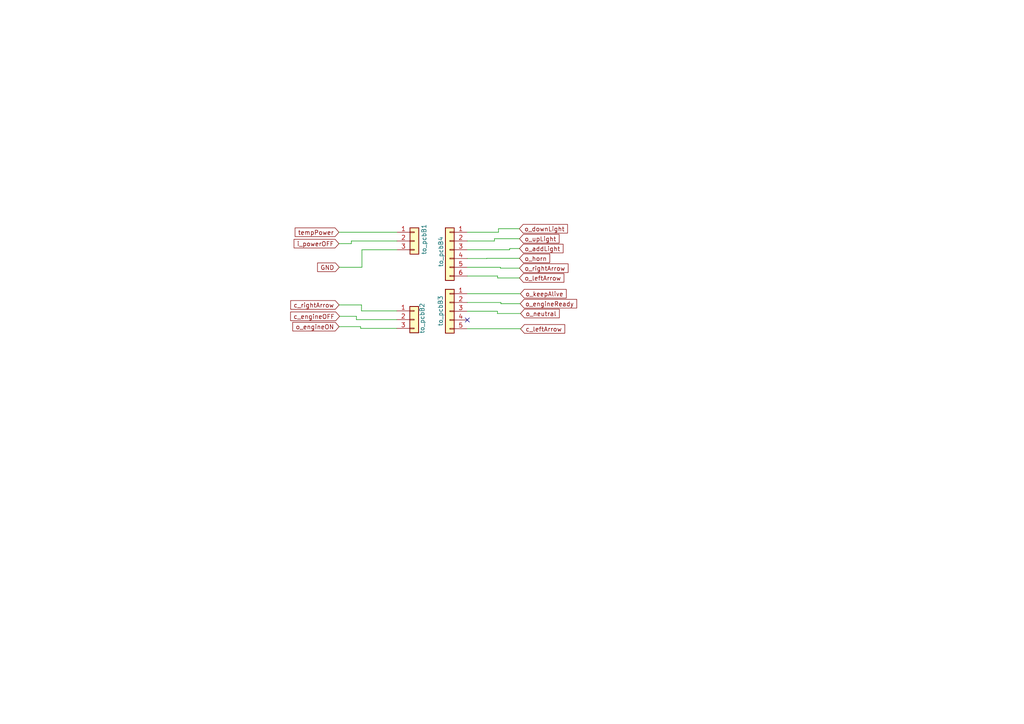
<source format=kicad_sch>
(kicad_sch (version 20231120) (generator "eeschema") (generator_version "8.0")
  (paper "A4")
  (title_block (title "Motorbike lights and services controller") (rev "4.0") (company "Panicosoft") (comment 1 "Logic controller unit") (comment 2 "Connectors to the PCB-A"))
  (lib_symbols
    (symbol "Connector_Generic:Conn_01x03" (pin_names (offset 1.016) hide)
      (property "Reference" "J" (at 0 5.08 0))
      (property "Value" "Conn_01x03" (at 0 -5.08 0))
      (symbol "Conn_01x03_1_1"
        (rectangle (start -1.27 -2.413) (end 0 -2.667) (stroke (width 0.1524)))
        (rectangle (start -1.27 0.127) (end 0 -0.127) (stroke (width 0.1524)))
        (rectangle (start -1.27 2.667) (end 0 2.413) (stroke (width 0.1524)))
        (rectangle (start -1.27 3.81) (end 1.27 -3.81) (stroke (width 0.254)) (fill (type background)))
        (pin passive line (at -5.08 2.54 0) (length 3.81) (name "Pin_1") (number "1"))
        (pin passive line (at -5.08 0 0) (length 3.81) (name "Pin_2") (number "2"))
        (pin passive line (at -5.08 -2.54 0) (length 3.81) (name "Pin_3") (number "3"))
      )
    )
    (symbol "Connector_Generic:Conn_01x05" (pin_names (offset 1.016) hide)
      (property "Reference" "J" (at 0 7.62 0))
      (property "Value" "Conn_01x05" (at 0 -7.62 0))
      (symbol "Conn_01x05_1_1"
        (rectangle (start -1.27 -4.953) (end 0 -5.207) (stroke (width 0.1524)))
        (rectangle (start -1.27 -2.413) (end 0 -2.667) (stroke (width 0.1524)))
        (rectangle (start -1.27 0.127) (end 0 -0.127) (stroke (width 0.1524)))
        (rectangle (start -1.27 2.667) (end 0 2.413) (stroke (width 0.1524)))
        (rectangle (start -1.27 5.207) (end 0 4.953) (stroke (width 0.1524)))
        (rectangle (start -1.27 6.35) (end 1.27 -6.35) (stroke (width 0.254)) (fill (type background)))
        (pin passive line (at -5.08 5.08 0) (length 3.81) (name "Pin_1") (number "1"))
        (pin passive line (at -5.08 2.54 0) (length 3.81) (name "Pin_2") (number "2"))
        (pin passive line (at -5.08 0 0) (length 3.81) (name "Pin_3") (number "3"))
        (pin passive line (at -5.08 -2.54 0) (length 3.81) (name "Pin_4") (number "4"))
        (pin passive line (at -5.08 -5.08 0) (length 3.81) (name "Pin_5") (number "5"))
      )
    )
    (symbol "Connector_Generic:Conn_01x06" (pin_names (offset 1.016) hide)
      (property "Reference" "J" (at 0 7.62 0))
      (property "Value" "Conn_01x06" (at 0 -10.16 0))
      (symbol "Conn_01x06_1_1"
        (rectangle (start -1.27 -7.493) (end 0 -7.747) (stroke (width 0.1524)))
        (rectangle (start -1.27 -4.953) (end 0 -5.207) (stroke (width 0.1524)))
        (rectangle (start -1.27 -2.413) (end 0 -2.667) (stroke (width 0.1524)))
        (rectangle (start -1.27 0.127) (end 0 -0.127) (stroke (width 0.1524)))
        (rectangle (start -1.27 2.667) (end 0 2.413) (stroke (width 0.1524)))
        (rectangle (start -1.27 5.207) (end 0 4.953) (stroke (width 0.1524)))
        (rectangle (start -1.27 6.35) (end 1.27 -8.89) (stroke (width 0.254)) (fill (type background)))
        (pin passive line (at -5.08 5.08 0) (length 3.81) (name "Pin_1") (number "1"))
        (pin passive line (at -5.08 2.54 0) (length 3.81) (name "Pin_2") (number "2"))
        (pin passive line (at -5.08 0 0) (length 3.81) (name "Pin_3") (number "3"))
        (pin passive line (at -5.08 -2.54 0) (length 3.81) (name "Pin_4") (number "4"))
        (pin passive line (at -5.08 -5.08 0) (length 3.81) (name "Pin_5") (number "5"))
        (pin passive line (at -5.08 -7.62 0) (length 3.81) (name "Pin_6") (number "6"))
      )
    )
  )
  (no_connect (at 135.5344 92.8116))
  (wire (pts (xy 144.3228 80.6196) (xy 144.3228 80.0608)))
  (wire (pts (xy 135.5344 85.1916) (xy 150.9268 85.1916)))
  (wire (pts (xy 144.272 90.932) (xy 144.272 90.2716)))
  (wire (pts (xy 135.5344 77.5208) (xy 145.1356 77.5208)))
  (wire (pts (xy 98.3488 94.742) (xy 104.5972 94.742)))
  (wire (pts (xy 98.298 67.3608) (xy 115.1128 67.3608)))
  (wire (pts (xy 141.1732 74.93) (xy 141.1732 74.9808)))
  (wire (pts (xy 98.3996 77.5208) (xy 104.9782 77.5208)))
  (wire (pts (xy 150.9776 90.932) (xy 144.272 90.932)))
  (wire (pts (xy 141.1732 74.9808) (xy 135.5344 74.9808)))
  (wire (pts (xy 101.9048 70.6628) (xy 101.9048 69.9008)))
  (wire (pts (xy 141.1732 74.93) (xy 150.6728 74.93)))
  (wire (pts (xy 145.1356 77.7748) (xy 150.6728 77.7748)))
  (wire (pts (xy 103.378 91.7448) (xy 103.378 92.71)))
  (wire (pts (xy 135.5344 87.7316) (xy 145.288 87.7316)))
  (wire (pts (xy 144.5768 66.3448) (xy 150.622 66.3448)))
  (wire (pts (xy 104.9782 77.5208) (xy 104.9782 72.4408)))
  (wire (pts (xy 135.5344 69.9008) (xy 143.4084 69.9008)))
  (wire (pts (xy 143.4084 69.9008) (xy 143.4084 69.2404)))
  (wire (pts (xy 104.5972 95.25) (xy 115.062 95.25)))
  (wire (pts (xy 150.9776 95.3516) (xy 150.9776 95.4024)))
  (wire (pts (xy 135.5344 67.3608) (xy 144.5768 67.3608)))
  (wire (pts (xy 147.828 72.0852) (xy 147.828 72.4408)))
  (wire (pts (xy 145.1356 77.5208) (xy 145.1356 77.7748)))
  (wire (pts (xy 145.288 88.0872) (xy 150.876 88.0872)))
  (wire (pts (xy 98.3488 88.4428) (xy 104.8512 88.4428)))
  (wire (pts (xy 104.8512 90.17) (xy 115.062 90.17)))
  (wire (pts (xy 98.298 70.6628) (xy 101.9048 70.6628)))
  (wire (pts (xy 150.6728 80.6196) (xy 144.3228 80.6196)))
  (wire (pts (xy 135.5344 95.3516) (xy 150.9776 95.3516)))
  (wire (pts (xy 103.378 92.71) (xy 115.062 92.71)))
  (wire (pts (xy 144.272 90.2716) (xy 135.5344 90.2716)))
  (wire (pts (xy 144.5768 67.3608) (xy 144.5768 66.3448)))
  (wire (pts (xy 143.4084 69.2404) (xy 150.6728 69.2404)))
  (wire (pts (xy 104.9782 72.4408) (xy 115.1128 72.4408)))
  (wire (pts (xy 145.288 87.7316) (xy 145.288 88.0872)))
  (wire (pts (xy 147.828 72.4408) (xy 135.5344 72.4408)))
  (wire (pts (xy 150.6728 72.0852) (xy 147.828 72.0852)))
  (wire (pts (xy 104.5972 94.742) (xy 104.5972 95.25)))
  (wire (pts (xy 98.5012 91.7448) (xy 103.378 91.7448)))
  (wire (pts (xy 144.3228 80.0608) (xy 135.5344 80.0608)))
  (wire (pts (xy 101.9048 69.9008) (xy 115.1128 69.9008)))
  (wire (pts (xy 104.8512 88.4428) (xy 104.8512 90.17)))
  (global_label "tempPower" (shape input) (at 98.298 67.3608 180) (property "Intersheetrefs" "${INTERSHEET_REFS}" (effects (hide yes))) (property "Riferimenti inter-foglio" "${INTERSHEET_REFS}" (effects (hide yes))))
  (global_label "o_upLight" (shape input) (at 150.6728 69.2404 0) (property "Intersheetrefs" "${INTERSHEET_REFS}" (effects (hide yes))) (property "Riferimenti inter-foglio" "${INTERSHEET_REFS}" (effects (hide yes))))
  (global_label "o_addLight" (shape input) (at 150.6728 72.0852 0) (property "Intersheetrefs" "${INTERSHEET_REFS}" (effects (hide yes))) (property "Riferimenti inter-foglio" "${INTERSHEET_REFS}" (effects (hide yes))))
  (global_label "o_rightArrow" (shape input) (at 150.6728 77.7748 0) (property "Intersheetrefs" "${INTERSHEET_REFS}" (effects (hide yes))) (property "Riferimenti inter-foglio" "${INTERSHEET_REFS}" (effects (hide yes))))
  (global_label "o_keepAlive" (shape input) (at 150.9268 85.1916 0) (property "Intersheetrefs" "${INTERSHEET_REFS}" (effects (hide yes))) (property "Riferimenti inter-foglio" "${INTERSHEET_REFS}" (effects (hide yes))))
  (global_label "o_engineON" (shape input) (at 98.3488 94.742 180) (property "Intersheetrefs" "${INTERSHEET_REFS}" (effects (hide yes))) (property "Riferimenti inter-foglio" "${INTERSHEET_REFS}" (effects (hide yes))))
  (global_label "o_leftArrow" (shape input) (at 150.6728 80.6196 0) (property "Intersheetrefs" "${INTERSHEET_REFS}" (effects (hide yes))) (property "Riferimenti inter-foglio" "${INTERSHEET_REFS}" (effects (hide yes))))
  (global_label "o_engineReady" (shape input) (at 150.876 88.0872 0) (property "Intersheetrefs" "${INTERSHEET_REFS}" (effects (hide yes))) (property "Riferimenti inter-foglio" "${INTERSHEET_REFS}" (effects (hide yes))))
  (global_label "o_downLight" (shape input) (at 150.622 66.3448 0) (property "Intersheetrefs" "${INTERSHEET_REFS}" (effects (hide yes))) (property "Riferimenti inter-foglio" "${INTERSHEET_REFS}" (effects (hide yes))))
  (global_label "c_engineOFF" (shape input) (at 98.5012 91.7448 180) (property "Intersheetrefs" "${INTERSHEET_REFS}" (effects (hide yes))) (property "Riferimenti inter-foglio" "${INTERSHEET_REFS}" (effects (hide yes))))
  (global_label "c_leftArrow" (shape input) (at 150.9776 95.4024 0) (property "Intersheetrefs" "${INTERSHEET_REFS}" (effects (hide yes))) (property "Riferimenti inter-foglio" "${INTERSHEET_REFS}" (effects (hide yes))))
  (global_label "i_powerOFF" (shape input) (at 98.298 70.6628 180) (property "Intersheetrefs" "${INTERSHEET_REFS}" (effects (hide yes))) (property "Riferimenti inter-foglio" "${INTERSHEET_REFS}" (effects (hide yes))))
  (global_label "c_rightArrow" (shape input) (at 98.3488 88.4428 180) (property "Intersheetrefs" "${INTERSHEET_REFS}" (effects (hide yes))) (property "Riferimenti inter-foglio" "${INTERSHEET_REFS}" (effects (hide yes))))
  (global_label "o_neutral" (shape input) (at 150.9776 90.932 0) (property "Intersheetrefs" "${INTERSHEET_REFS}" (effects (hide yes))) (property "Riferimenti inter-foglio" "${INTERSHEET_REFS}" (effects (hide yes))))
  (global_label "GND" (shape input) (at 98.3996 77.5208 180) (property "Intersheetrefs" "${INTERSHEET_REFS}" (effects (hide yes))) (property "Riferimenti inter-foglio" "${INTERSHEET_REFS}" (effects (hide yes))))
  (global_label "o_horn" (shape input) (at 150.6728 74.93 0) (property "Intersheetrefs" "${INTERSHEET_REFS}" (effects (hide yes))) (property "Riferimenti inter-foglio" "${INTERSHEET_REFS}" (effects (hide yes))))
  (symbol (lib_id "Connector_Generic:Conn_01x05") (at 130.4544 90.2716 0) (mirror y) (unit 1)
    (property "Reference" "to_pcbB3" (at 127.762 90.17 90))
    (property "Value" "Conn_01x05" (effects (hide yes)))
    (property "Footprint" "Connector_PinHeader_2.54mm:PinHeader_1x05_P2.54mm_Vertical" (effects (hide yes)))
  )
  (symbol (lib_id "Connector_Generic:Conn_01x03") (at 120.142 92.71 0) (unit 1)
    (property "Reference" "to_pcbB2" (at 122.428 96.774 90) (effects (justify left)))
    (property "Value" "Conn_01x03" (effects (hide yes)))
    (property "Footprint" "Connector_PinHeader_2.54mm:PinHeader_1x03_P2.54mm_Vertical" (effects (hide yes)))
    (property "Description" "Generic connector, single row, 01x03, script generated (kicad-library-utils/schlib/autogen/connector/)" (effects (hide yes)))
  )
  (symbol (lib_id "Connector_Generic:Conn_01x06") (at 130.4544 72.4408 0) (mirror y) (unit 1)
    (property "Reference" "to_pcbB4" (at 127.8636 77.47 90) (effects (justify left)))
    (property "Value" "Conn_01x06" (effects (hide yes)))
    (property "Footprint" "Connector_PinHeader_2.54mm:PinHeader_1x06_P2.54mm_Vertical" (effects (hide yes)))
  )
  (symbol (lib_id "Connector_Generic:Conn_01x03") (at 120.1928 69.9008 0) (unit 1)
    (property "Reference" "to_pcbB1" (at 122.9868 73.8886 90) (effects (justify left)))
    (property "Value" "Conn_01x03" (effects (hide yes)))
    (property "Footprint" "Connector_PinHeader_2.54mm:PinHeader_1x03_P2.54mm_Vertical" (effects (hide yes)))
  )
)
</source>
